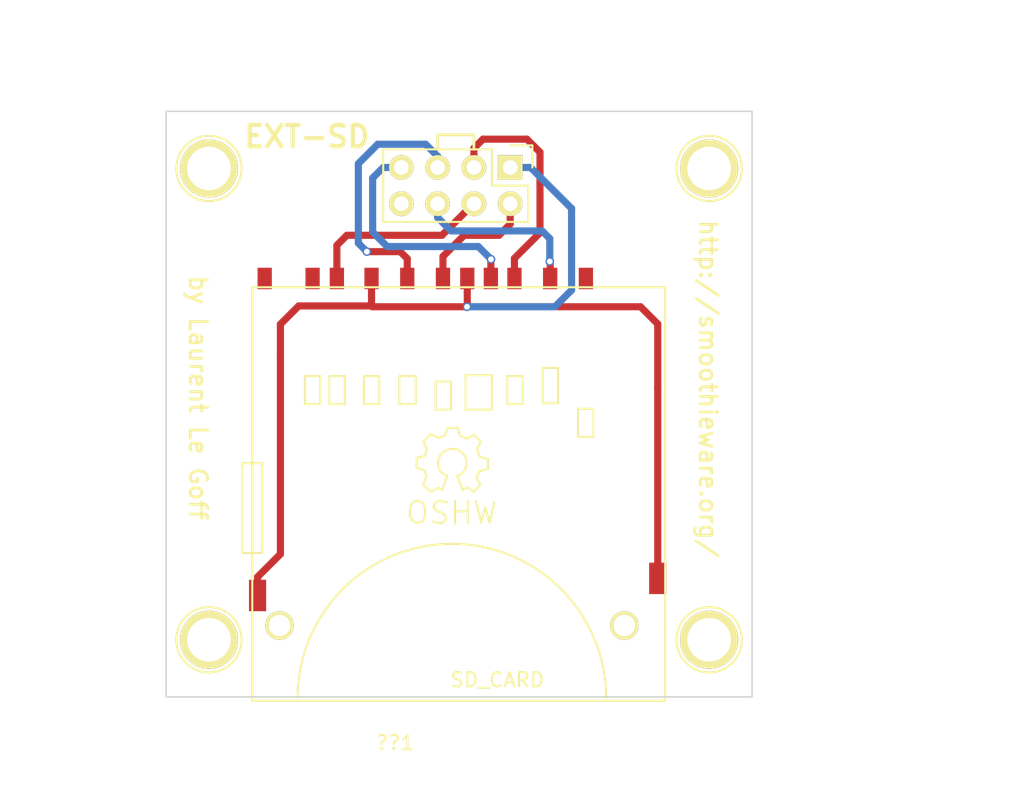
<source format=kicad_pcb>
(kicad_pcb (version 4) (host pcbnew "(after 2015-mar-04 BZR unknown)-product")

  (general
    (links 10)
    (no_connects 0)
    (area 96.013001 63.55805 171.285715 120.700001)
    (thickness 1.6)
    (drawings 14)
    (tracks 71)
    (zones 0)
    (modules 7)
    (nets 8)
  )

  (page A4)
  (layers
    (0 F.Cu signal)
    (31 B.Cu signal)
    (32 B.Adhes user)
    (33 F.Adhes user)
    (34 B.Paste user)
    (35 F.Paste user)
    (36 B.SilkS user)
    (37 F.SilkS user)
    (38 B.Mask user)
    (39 F.Mask user)
    (40 Dwgs.User user)
    (41 Cmts.User user)
    (42 Eco1.User user)
    (43 Eco2.User user)
    (44 Edge.Cuts user)
    (45 Margin user)
    (46 B.CrtYd user)
    (47 F.CrtYd user)
    (48 B.Fab user)
    (49 F.Fab user)
  )

  (setup
    (last_trace_width 0.5)
    (trace_clearance 0.5)
    (zone_clearance 0.508)
    (zone_45_only no)
    (trace_min 0.2)
    (segment_width 0.2)
    (edge_width 0.1)
    (via_size 0.6)
    (via_drill 0.4)
    (via_min_size 0.4)
    (via_min_drill 0.3)
    (uvia_size 0.3)
    (uvia_drill 0.1)
    (uvias_allowed no)
    (uvia_min_size 0.2)
    (uvia_min_drill 0.1)
    (pcb_text_width 0.3)
    (pcb_text_size 1.5 1.5)
    (mod_edge_width 0.15)
    (mod_text_size 1 1)
    (mod_text_width 0.15)
    (pad_size 1.9 1.9)
    (pad_drill 1.016)
    (pad_to_mask_clearance 0)
    (aux_axis_origin 0 0)
    (visible_elements 7FFFFFFF)
    (pcbplotparams
      (layerselection 0x010f0_80000001)
      (usegerberextensions true)
      (excludeedgelayer true)
      (linewidth 0.020000)
      (plotframeref false)
      (viasonmask false)
      (mode 1)
      (useauxorigin false)
      (hpglpennumber 1)
      (hpglpenspeed 20)
      (hpglpendiameter 15)
      (hpglpenoverlay 2)
      (psnegative false)
      (psa4output false)
      (plotreference true)
      (plotvalue false)
      (plotinvisibletext false)
      (padsonsilk false)
      (subtractmaskfromsilk true)
      (outputformat 1)
      (mirror false)
      (drillshape 0)
      (scaleselection 1)
      (outputdirectory gerber/))
  )

  (net 0 "")
  (net 1 /GND)
  (net 2 /SD_CS)
  (net 3 /SD_MOSI)
  (net 4 /3v3)
  (net 5 /SD_SCK)
  (net 6 /SD_MISO)
  (net 7 /SD_CD)

  (net_class Default "Ceci est la Netclass par défaut"
    (clearance 0.5)
    (trace_width 0.5)
    (via_dia 0.6)
    (via_drill 0.4)
    (uvia_dia 0.3)
    (uvia_drill 0.1)
    (add_net /3v3)
    (add_net /GND)
    (add_net /SD_CD)
    (add_net /SD_CS)
    (add_net /SD_MISO)
    (add_net /SD_MOSI)
    (add_net /SD_SCK)
  )

  (module _LaurentPerso:SD_FCI (layer F.Cu) (tedit 55CCB423) (tstamp 55632371)
    (at 128 107)
    (path /55631F0A)
    (fp_text reference ??1 (at -3.9718 8.2144) (layer F.SilkS)
      (effects (font (size 1 1) (thickness 0.15)))
    )
    (fp_text value SD_CARD (at 3.175 3.81) (layer F.SilkS)
      (effects (font (size 1 1) (thickness 0.15)))
    )
    (fp_line (start 9.906 -13.208) (end 9.906 -15.1765) (layer F.SilkS) (width 0.15))
    (fp_line (start 9.906 -15.1765) (end 8.8265 -15.1765) (layer F.SilkS) (width 0.15))
    (fp_line (start 8.8265 -15.1765) (end 8.8265 -13.208) (layer F.SilkS) (width 0.15))
    (fp_line (start 8.8265 -13.208) (end 9.906 -13.208) (layer F.SilkS) (width 0.15))
    (fp_line (start 7.4295 -15.5575) (end 7.4295 -18.034) (layer F.SilkS) (width 0.15))
    (fp_line (start 7.4295 -18.034) (end 6.35 -18.034) (layer F.SilkS) (width 0.15))
    (fp_line (start 6.35 -18.034) (end 6.35 -15.5575) (layer F.SilkS) (width 0.15))
    (fp_line (start 6.35 -15.5575) (end 7.4295 -15.5575) (layer F.SilkS) (width 0.15))
    (fp_line (start 2.794 -15.113) (end 2.794 -17.526) (layer F.SilkS) (width 0.15))
    (fp_line (start 2.794 -17.526) (end 0.9525 -17.526) (layer F.SilkS) (width 0.15))
    (fp_line (start 0.9525 -17.526) (end 0.9525 -15.113) (layer F.SilkS) (width 0.15))
    (fp_line (start 0.9525 -15.113) (end 2.794 -15.113) (layer F.SilkS) (width 0.15))
    (fp_line (start 4.953 -15.494) (end 4.953 -17.4625) (layer F.SilkS) (width 0.15))
    (fp_line (start 4.953 -17.4625) (end 3.8735 -17.4625) (layer F.SilkS) (width 0.15))
    (fp_line (start 3.8735 -17.4625) (end 3.8735 -15.494) (layer F.SilkS) (width 0.15))
    (fp_line (start 3.8735 -15.494) (end 4.953 -15.494) (layer F.SilkS) (width 0.15))
    (fp_line (start -0.0635 -15.113) (end -0.0635 -17.0815) (layer F.SilkS) (width 0.15))
    (fp_line (start -0.0635 -17.0815) (end -1.143 -17.0815) (layer F.SilkS) (width 0.15))
    (fp_line (start -1.143 -17.0815) (end -1.143 -15.113) (layer F.SilkS) (width 0.15))
    (fp_line (start -1.143 -15.113) (end -0.0635 -15.113) (layer F.SilkS) (width 0.15))
    (fp_line (start -2.54 -15.494) (end -2.54 -17.4625) (layer F.SilkS) (width 0.15))
    (fp_line (start -2.54 -17.4625) (end -3.683 -17.4625) (layer F.SilkS) (width 0.15))
    (fp_line (start -3.683 -17.4625) (end -3.683 -15.494) (layer F.SilkS) (width 0.15))
    (fp_line (start -3.683 -15.494) (end -2.54 -15.494) (layer F.SilkS) (width 0.15))
    (fp_line (start -5.08 -15.494) (end -5.08 -17.4625) (layer F.SilkS) (width 0.15))
    (fp_line (start -5.08 -17.4625) (end -6.1595 -17.4625) (layer F.SilkS) (width 0.15))
    (fp_line (start -6.1595 -17.4625) (end -6.1595 -15.494) (layer F.SilkS) (width 0.15))
    (fp_line (start -6.1595 -15.494) (end -5.08 -15.494) (layer F.SilkS) (width 0.15))
    (fp_line (start -7.493 -15.494) (end -7.493 -17.4625) (layer F.SilkS) (width 0.15))
    (fp_line (start -7.493 -17.4625) (end -8.5725 -17.4625) (layer F.SilkS) (width 0.15))
    (fp_line (start -8.5725 -17.4625) (end -8.5725 -15.494) (layer F.SilkS) (width 0.15))
    (fp_line (start -8.5725 -15.494) (end -7.493 -15.494) (layer F.SilkS) (width 0.15))
    (fp_line (start -9.2075 -15.494) (end -9.2075 -17.4625) (layer F.SilkS) (width 0.15))
    (fp_line (start -9.2075 -17.4625) (end -10.287 -17.4625) (layer F.SilkS) (width 0.15))
    (fp_line (start -10.287 -17.4625) (end -10.287 -15.494) (layer F.SilkS) (width 0.15))
    (fp_line (start -10.287 -15.494) (end -9.2075 -15.494) (layer F.SilkS) (width 0.15))
    (fp_line (start -14.6685 -5.08) (end -13.2715 -5.08) (layer F.SilkS) (width 0.15))
    (fp_line (start -13.2715 -5.08) (end -13.2715 -11.3665) (layer F.SilkS) (width 0.15))
    (fp_line (start -13.2715 -11.3665) (end -14.6685 -11.3665) (layer F.SilkS) (width 0.15))
    (fp_line (start -14.6685 -11.3665) (end -14.6685 -5.1435) (layer F.SilkS) (width 0.15))
    (fp_arc (start 0 5.08) (end 0 -5.715) (angle 90) (layer F.SilkS) (width 0.15))
    (fp_arc (start 0 5.08) (end -10.795 5.08) (angle 90) (layer F.SilkS) (width 0.15))
    (fp_line (start 14.9225 0) (end 14.9225 -23.6855) (layer F.SilkS) (width 0.15))
    (fp_line (start 14.9225 -23.6855) (end -13.97 -23.6855) (layer F.SilkS) (width 0.15))
    (fp_line (start -13.97 -23.6855) (end -13.97 5.2705) (layer F.SilkS) (width 0.15))
    (fp_line (start -13.97 5.2705) (end 14.9225 5.2705) (layer F.SilkS) (width 0.15))
    (fp_line (start 14.9225 5.2705) (end 14.9225 0) (layer F.SilkS) (width 0.15))
    (pad "" thru_hole circle (at 12.065 0) (size 2 2) (drill 1.5) (layers *.Cu *.Mask F.SilkS))
    (pad "" thru_hole circle (at -12.065 0) (size 2 2) (drill 1.5) (layers *.Cu *.Mask F.SilkS))
    (pad GND smd rect (at 14.4 -3.3) (size 1.2 2.2) (layers F.Cu F.Paste F.Mask)
      (net 1 /GND))
    (pad GND smd rect (at -13.6 -2.1) (size 1.2 2.2) (layers F.Cu F.Paste F.Mask)
      (net 1 /GND))
    (pad 1 smd rect (at 6.875 -24.3) (size 1 1.5) (layers F.Cu F.Paste F.Mask)
      (net 2 /SD_CS))
    (pad 2 smd rect (at 4.375 -24.3) (size 1 1.5) (layers F.Cu F.Paste F.Mask)
      (net 3 /SD_MOSI))
    (pad 3 smd rect (at 1.075 -24.3) (size 1 1.5) (layers F.Cu F.Paste F.Mask)
      (net 1 /GND))
    (pad 4 smd rect (at -0.625 -24.3) (size 1 1.5) (layers F.Cu F.Paste F.Mask)
      (net 4 /3v3))
    (pad 5 smd rect (at -3.125 -24.3) (size 1 1.5) (layers F.Cu F.Paste F.Mask)
      (net 5 /SD_SCK))
    (pad 6 smd rect (at -5.625 -24.3) (size 1 1.5) (layers F.Cu F.Paste F.Mask)
      (net 1 /GND))
    (pad 7 smd rect (at -8.05 -24.3) (size 1 1.5) (layers F.Cu F.Paste F.Mask)
      (net 6 /SD_MISO))
    (pad 8 smd rect (at -9.75 -24.3) (size 1 1.5) (layers F.Cu F.Paste F.Mask))
    (pad 9 smd rect (at 9.375 -24.3) (size 1 1.5) (layers F.Cu F.Paste F.Mask))
    (pad CD smd rect (at 2.725 -24.3) (size 1 1.5) (layers F.Cu F.Paste F.Mask)
      (net 7 /SD_CD))
    (pad WP smd rect (at -13.1 -24.3) (size 1 1.5) (layers F.Cu F.Paste F.Mask))
  )

  (module Pin_Headers:Pin_Header_Straight_2x04 (layer F.Cu) (tedit 55F9A42F) (tstamp 55F73481)
    (at 132.08 74.93 270)
    (descr "Through hole pin header")
    (tags "pin header")
    (path /55F1D33D)
    (fp_text reference P1 (at -5.08 -1.27 360) (layer F.SilkS) hide
      (effects (font (size 1 1) (thickness 0.15)))
    )
    (fp_text value CONN_02X04 (at -5.08 6.35 360) (layer F.Fab) hide
      (effects (font (size 1 1) (thickness 0.15)))
    )
    (fp_line (start -1.75 -1.75) (end -1.75 9.4) (layer F.CrtYd) (width 0.05))
    (fp_line (start 4.3 -1.75) (end 4.3 9.4) (layer F.CrtYd) (width 0.05))
    (fp_line (start -1.75 -1.75) (end 4.3 -1.75) (layer F.CrtYd) (width 0.05))
    (fp_line (start -1.75 9.4) (end 4.3 9.4) (layer F.CrtYd) (width 0.05))
    (fp_line (start -1.27 1.27) (end -1.27 8.89) (layer F.SilkS) (width 0.15))
    (fp_line (start -1.27 8.89) (end 3.81 8.89) (layer F.SilkS) (width 0.15))
    (fp_line (start 3.81 8.89) (end 3.81 -1.27) (layer F.SilkS) (width 0.15))
    (fp_line (start 3.81 -1.27) (end 1.27 -1.27) (layer F.SilkS) (width 0.15))
    (fp_line (start 0 -1.55) (end -1.55 -1.55) (layer F.SilkS) (width 0.15))
    (fp_line (start 1.27 -1.27) (end 1.27 1.27) (layer F.SilkS) (width 0.15))
    (fp_line (start 1.27 1.27) (end -1.27 1.27) (layer F.SilkS) (width 0.15))
    (fp_line (start -1.55 -1.55) (end -1.55 0) (layer F.SilkS) (width 0.15))
    (pad 1 thru_hole rect (at 0 0 270) (size 1.7272 1.7272) (drill 1.016) (layers *.Cu *.Mask F.SilkS)
      (net 1 /GND))
    (pad 2 thru_hole oval (at 2.54 0 270) (size 1.7272 1.7272) (drill 1.016) (layers *.Cu *.Mask F.SilkS)
      (net 4 /3v3))
    (pad 3 thru_hole oval (at 0 2.54 270) (size 1.7272 1.7272) (drill 1.016) (layers *.Cu *.Mask F.SilkS)
      (net 3 /SD_MOSI))
    (pad 4 thru_hole oval (at 2.54 2.54 270) (size 1.7272 1.7272) (drill 1.016) (layers *.Cu *.Mask F.SilkS)
      (net 6 /SD_MISO))
    (pad 5 thru_hole oval (at 0 5.08 270) (size 1.7272 1.7272) (drill 1.016) (layers *.Cu *.Mask F.SilkS)
      (net 5 /SD_SCK))
    (pad 6 thru_hole oval (at 2.54 5.08 270) (size 1.7272 1.7272) (drill 1.016) (layers *.Cu *.Mask F.SilkS)
      (net 2 /SD_CS))
    (pad 7 thru_hole oval (at 0 7.62 270) (size 1.7272 1.7272) (drill 1.016) (layers *.Cu *.Mask F.SilkS)
      (net 7 /SD_CD))
    (pad 8 thru_hole oval (at 2.54 7.62 270) (size 1.7272 1.7272) (drill 1.016) (layers *.Cu *.Mask F.SilkS))
    (model Pin_Headers.3dshapes/Pin_Header_Straight_2x04.wrl
      (at (xyz 0.05 -0.15 0))
      (scale (xyz 1 1 1))
      (rotate (xyz 0 0 90))
    )
  )

  (module Connect:1pin (layer F.Cu) (tedit 55F9A3E2) (tstamp 55F8B2E2)
    (at 146 108)
    (descr "module 1 pin (ou trou mecanique de percage)")
    (tags DEV)
    (fp_text reference REF** (at 3 5) (layer F.SilkS) hide
      (effects (font (size 1 1) (thickness 0.15)))
    )
    (fp_text value 1pin (at 3 7) (layer F.Fab) hide
      (effects (font (size 1 1) (thickness 0.15)))
    )
    (fp_circle (center 0 0) (end 0 -2.286) (layer F.SilkS) (width 0.15))
    (pad 1 thru_hole circle (at 0 0) (size 4.064 4.064) (drill 3.048) (layers *.Cu *.Mask F.SilkS))
  )

  (module Connect:1pin (layer F.Cu) (tedit 55F9A3FD) (tstamp 55F8B2E8)
    (at 111 108)
    (descr "module 1 pin (ou trou mecanique de percage)")
    (tags DEV)
    (fp_text reference REF** (at -3 8) (layer F.SilkS) hide
      (effects (font (size 1 1) (thickness 0.15)))
    )
    (fp_text value 1pin (at -3 6) (layer F.Fab) hide
      (effects (font (size 1 1) (thickness 0.15)))
    )
    (fp_circle (center 0 0) (end 0 -2.286) (layer F.SilkS) (width 0.15))
    (pad 1 thru_hole circle (at 0 0) (size 4.064 4.064) (drill 3.048) (layers *.Cu *.Mask F.SilkS))
  )

  (module Connect:1pin (layer F.Cu) (tedit 55F9A41B) (tstamp 55F8B2EE)
    (at 146 75)
    (descr "module 1 pin (ou trou mecanique de percage)")
    (tags DEV)
    (fp_text reference REF** (at -3 -5) (layer F.SilkS) hide
      (effects (font (size 1 1) (thickness 0.15)))
    )
    (fp_text value 1pin (at 1 -5) (layer F.Fab) hide
      (effects (font (size 1 1) (thickness 0.15)))
    )
    (fp_circle (center 0 0) (end 0 -2.286) (layer F.SilkS) (width 0.15))
    (pad 1 thru_hole circle (at 0 0) (size 4.064 4.064) (drill 3.048) (layers *.Cu *.Mask F.SilkS))
  )

  (module Connect:1pin (layer F.Cu) (tedit 55F9D4F8) (tstamp 55F8B2F4)
    (at 111 75)
    (descr "module 1 pin (ou trou mecanique de percage)")
    (tags DEV)
    (fp_text reference REF** (at 0 -5) (layer F.SilkS) hide
      (effects (font (size 1 1) (thickness 0.15)))
    )
    (fp_text value 1pin (at 4 -5) (layer F.Fab) hide
      (effects (font (size 1 1) (thickness 0.15)))
    )
    (fp_circle (center 0 0) (end 0 -2.286) (layer F.SilkS) (width 0.15))
    (pad 1 thru_hole circle (at 0 0) (size 4.064 4.064) (drill 3.048) (layers *.Cu *.Mask F.SilkS))
  )

  (module Symbols:Symbol_OSHW-Logo_SilkScreen (layer F.Cu) (tedit 55F9A3CC) (tstamp 55F9D872)
    (at 128.016 95.631)
    (descr "Symbol, OSHW-Logo, Silk Screen,")
    (tags "Symbol, OSHW-Logo, Silk Screen,")
    (fp_text reference REF** (at 0.09906 -4.38912) (layer F.SilkS) hide
      (effects (font (size 1 1) (thickness 0.15)))
    )
    (fp_text value Symbol_OSHW-Logo_SilkScreen (at 0.30988 6.56082) (layer F.Fab) hide
      (effects (font (size 1 1) (thickness 0.15)))
    )
    (fp_line (start 1.66878 2.68986) (end 2.02946 4.16052) (layer F.SilkS) (width 0.15))
    (fp_line (start 2.02946 4.16052) (end 2.30886 3.0988) (layer F.SilkS) (width 0.15))
    (fp_line (start 2.30886 3.0988) (end 2.61874 4.17068) (layer F.SilkS) (width 0.15))
    (fp_line (start 2.61874 4.17068) (end 2.9591 2.72034) (layer F.SilkS) (width 0.15))
    (fp_line (start 0.24892 3.38074) (end 1.03886 3.37058) (layer F.SilkS) (width 0.15))
    (fp_line (start 1.03886 3.37058) (end 1.04902 3.38074) (layer F.SilkS) (width 0.15))
    (fp_line (start 1.04902 3.38074) (end 1.04902 3.37058) (layer F.SilkS) (width 0.15))
    (fp_line (start 1.08966 2.65938) (end 1.08966 4.20116) (layer F.SilkS) (width 0.15))
    (fp_line (start 0.20066 2.64922) (end 0.20066 4.21894) (layer F.SilkS) (width 0.15))
    (fp_line (start 0.20066 4.21894) (end 0.21082 4.20878) (layer F.SilkS) (width 0.15))
    (fp_line (start -0.35052 2.75082) (end -0.70104 2.66954) (layer F.SilkS) (width 0.15))
    (fp_line (start -0.70104 2.66954) (end -1.02108 2.65938) (layer F.SilkS) (width 0.15))
    (fp_line (start -1.02108 2.65938) (end -1.25984 2.86004) (layer F.SilkS) (width 0.15))
    (fp_line (start -1.25984 2.86004) (end -1.29032 3.12928) (layer F.SilkS) (width 0.15))
    (fp_line (start -1.29032 3.12928) (end -1.04902 3.37058) (layer F.SilkS) (width 0.15))
    (fp_line (start -1.04902 3.37058) (end -0.6604 3.50012) (layer F.SilkS) (width 0.15))
    (fp_line (start -0.6604 3.50012) (end -0.48006 3.66014) (layer F.SilkS) (width 0.15))
    (fp_line (start -0.48006 3.66014) (end -0.43942 3.95986) (layer F.SilkS) (width 0.15))
    (fp_line (start -0.43942 3.95986) (end -0.67056 4.18084) (layer F.SilkS) (width 0.15))
    (fp_line (start -0.67056 4.18084) (end -0.9906 4.20878) (layer F.SilkS) (width 0.15))
    (fp_line (start -0.9906 4.20878) (end -1.34112 4.09956) (layer F.SilkS) (width 0.15))
    (fp_line (start -2.37998 2.64922) (end -2.6289 2.66954) (layer F.SilkS) (width 0.15))
    (fp_line (start -2.6289 2.66954) (end -2.8702 2.91084) (layer F.SilkS) (width 0.15))
    (fp_line (start -2.8702 2.91084) (end -2.9591 3.40106) (layer F.SilkS) (width 0.15))
    (fp_line (start -2.9591 3.40106) (end -2.93116 3.74904) (layer F.SilkS) (width 0.15))
    (fp_line (start -2.93116 3.74904) (end -2.7305 4.06908) (layer F.SilkS) (width 0.15))
    (fp_line (start -2.7305 4.06908) (end -2.47904 4.191) (layer F.SilkS) (width 0.15))
    (fp_line (start -2.47904 4.191) (end -2.16916 4.11988) (layer F.SilkS) (width 0.15))
    (fp_line (start -2.16916 4.11988) (end -1.95072 3.93954) (layer F.SilkS) (width 0.15))
    (fp_line (start -1.95072 3.93954) (end -1.8796 3.4798) (layer F.SilkS) (width 0.15))
    (fp_line (start -1.8796 3.4798) (end -1.9304 3.07086) (layer F.SilkS) (width 0.15))
    (fp_line (start -1.9304 3.07086) (end -2.03962 2.78892) (layer F.SilkS) (width 0.15))
    (fp_line (start -2.03962 2.78892) (end -2.4003 2.65938) (layer F.SilkS) (width 0.15))
    (fp_line (start -1.78054 0.92964) (end -2.03962 1.49098) (layer F.SilkS) (width 0.15))
    (fp_line (start -2.03962 1.49098) (end -1.50114 2.00914) (layer F.SilkS) (width 0.15))
    (fp_line (start -1.50114 2.00914) (end -0.98044 1.7399) (layer F.SilkS) (width 0.15))
    (fp_line (start -0.98044 1.7399) (end -0.70104 1.89992) (layer F.SilkS) (width 0.15))
    (fp_line (start 0.73914 1.8796) (end 1.06934 1.6891) (layer F.SilkS) (width 0.15))
    (fp_line (start 1.06934 1.6891) (end 1.50876 2.0193) (layer F.SilkS) (width 0.15))
    (fp_line (start 1.50876 2.0193) (end 1.9812 1.52908) (layer F.SilkS) (width 0.15))
    (fp_line (start 1.9812 1.52908) (end 1.69926 1.04902) (layer F.SilkS) (width 0.15))
    (fp_line (start 1.69926 1.04902) (end 1.88976 0.57912) (layer F.SilkS) (width 0.15))
    (fp_line (start 1.88976 0.57912) (end 2.49936 0.39116) (layer F.SilkS) (width 0.15))
    (fp_line (start 2.49936 0.39116) (end 2.49936 -0.28956) (layer F.SilkS) (width 0.15))
    (fp_line (start 2.49936 -0.28956) (end 1.94056 -0.42926) (layer F.SilkS) (width 0.15))
    (fp_line (start 1.94056 -0.42926) (end 1.7399 -1.00076) (layer F.SilkS) (width 0.15))
    (fp_line (start 1.7399 -1.00076) (end 2.00914 -1.47066) (layer F.SilkS) (width 0.15))
    (fp_line (start 2.00914 -1.47066) (end 1.53924 -1.9812) (layer F.SilkS) (width 0.15))
    (fp_line (start 1.53924 -1.9812) (end 1.02108 -1.71958) (layer F.SilkS) (width 0.15))
    (fp_line (start 1.02108 -1.71958) (end 0.55118 -1.92024) (layer F.SilkS) (width 0.15))
    (fp_line (start 0.55118 -1.92024) (end 0.381 -2.46126) (layer F.SilkS) (width 0.15))
    (fp_line (start 0.381 -2.46126) (end -0.30988 -2.47904) (layer F.SilkS) (width 0.15))
    (fp_line (start -0.30988 -2.47904) (end -0.5207 -1.9304) (layer F.SilkS) (width 0.15))
    (fp_line (start -0.5207 -1.9304) (end -0.9398 -1.76022) (layer F.SilkS) (width 0.15))
    (fp_line (start -0.9398 -1.76022) (end -1.49098 -2.02946) (layer F.SilkS) (width 0.15))
    (fp_line (start -1.49098 -2.02946) (end -2.00914 -1.50114) (layer F.SilkS) (width 0.15))
    (fp_line (start -2.00914 -1.50114) (end -1.76022 -0.96012) (layer F.SilkS) (width 0.15))
    (fp_line (start -1.76022 -0.96012) (end -1.9304 -0.48006) (layer F.SilkS) (width 0.15))
    (fp_line (start -1.9304 -0.48006) (end -2.47904 -0.381) (layer F.SilkS) (width 0.15))
    (fp_line (start -2.47904 -0.381) (end -2.4892 0.32004) (layer F.SilkS) (width 0.15))
    (fp_line (start -2.4892 0.32004) (end -1.9304 0.5207) (layer F.SilkS) (width 0.15))
    (fp_line (start -1.9304 0.5207) (end -1.7907 0.91948) (layer F.SilkS) (width 0.15))
    (fp_line (start 0.35052 0.89916) (end 0.65024 0.7493) (layer F.SilkS) (width 0.15))
    (fp_line (start 0.65024 0.7493) (end 0.8509 0.55118) (layer F.SilkS) (width 0.15))
    (fp_line (start 0.8509 0.55118) (end 1.00076 0.14986) (layer F.SilkS) (width 0.15))
    (fp_line (start 1.00076 0.14986) (end 1.00076 -0.24892) (layer F.SilkS) (width 0.15))
    (fp_line (start 1.00076 -0.24892) (end 0.8509 -0.59944) (layer F.SilkS) (width 0.15))
    (fp_line (start 0.8509 -0.59944) (end 0.39878 -0.94996) (layer F.SilkS) (width 0.15))
    (fp_line (start 0.39878 -0.94996) (end -0.0508 -1.00076) (layer F.SilkS) (width 0.15))
    (fp_line (start -0.0508 -1.00076) (end -0.44958 -0.89916) (layer F.SilkS) (width 0.15))
    (fp_line (start -0.44958 -0.89916) (end -0.8509 -0.55118) (layer F.SilkS) (width 0.15))
    (fp_line (start -0.8509 -0.55118) (end -1.00076 -0.09906) (layer F.SilkS) (width 0.15))
    (fp_line (start -1.00076 -0.09906) (end -0.94996 0.39878) (layer F.SilkS) (width 0.15))
    (fp_line (start -0.94996 0.39878) (end -0.70104 0.70104) (layer F.SilkS) (width 0.15))
    (fp_line (start -0.70104 0.70104) (end -0.35052 0.89916) (layer F.SilkS) (width 0.15))
    (fp_line (start -0.35052 0.89916) (end -0.70104 1.89992) (layer F.SilkS) (width 0.15))
    (fp_line (start 0.35052 0.89916) (end 0.7493 1.89992) (layer F.SilkS) (width 0.15))
  )

  (gr_text http://smoothieware.org/ (at 145.923 90.424 270) (layer F.SilkS)
    (effects (font (size 1.2 1.2) (thickness 0.2)))
  )
  (gr_text "by Laurent Le Goff" (at 110.236 91.059 270) (layer F.SilkS)
    (effects (font (size 1.2 1.2) (thickness 0.2)))
  )
  (gr_text EXT-SD (at 117.856 72.771) (layer F.SilkS)
    (effects (font (size 1.5 1.5) (thickness 0.3)))
  )
  (gr_line (start 129.54 72.644) (end 129.54 73.66) (angle 90) (layer F.SilkS) (width 0.2))
  (gr_line (start 127 72.644) (end 129.54 72.644) (angle 90) (layer F.SilkS) (width 0.2))
  (gr_line (start 127 73.66) (end 127 72.644) (angle 90) (layer F.SilkS) (width 0.2))
  (dimension 40.9956 (width 0.3) (layer Dwgs.User)
    (gr_text "40,996 mm" (at 102.663 91.4908 270) (layer Dwgs.User)
      (effects (font (size 1.5 1.5) (thickness 0.3)))
    )
    (feature1 (pts (xy 108.0008 111.9886) (xy 101.313 111.9886)))
    (feature2 (pts (xy 108.0008 70.993) (xy 101.313 70.993)))
    (crossbar (pts (xy 104.013 70.993) (xy 104.013 111.9886)))
    (arrow1a (pts (xy 104.013 111.9886) (xy 103.426579 110.862096)))
    (arrow1b (pts (xy 104.013 111.9886) (xy 104.599421 110.862096)))
    (arrow2a (pts (xy 104.013 70.993) (xy 103.426579 72.119504)))
    (arrow2b (pts (xy 104.013 70.993) (xy 104.599421 72.119504)))
  )
  (dimension 40.970208 (width 0.3) (layer Dwgs.User)
    (gr_text "40,970 mm" (at 128.507613 65.05805 0.03552124747) (layer Dwgs.User)
      (effects (font (size 1.5 1.5) (thickness 0.3)))
    )
    (feature1 (pts (xy 148.9964 70.993) (xy 148.991876 63.695351)))
    (feature2 (pts (xy 108.0262 71.0184) (xy 108.021676 63.720751)))
    (crossbar (pts (xy 108.02335 66.42075) (xy 148.99355 66.39535)))
    (arrow1a (pts (xy 148.99355 66.39535) (xy 147.86741 66.982469)))
    (arrow1b (pts (xy 148.99355 66.39535) (xy 147.866683 65.809628)))
    (arrow2a (pts (xy 108.02335 66.42075) (xy 109.150217 67.006472)))
    (arrow2b (pts (xy 108.02335 66.42075) (xy 109.14949 65.833631)))
  )
  (dimension 4 (width 0.3) (layer Dwgs.User)
    (gr_text "4,000 mm" (at 165.35 110 270) (layer Dwgs.User)
      (effects (font (size 1.5 1.5) (thickness 0.3)))
    )
    (feature1 (pts (xy 146 112) (xy 166.7 112)))
    (feature2 (pts (xy 146 108) (xy 166.7 108)))
    (crossbar (pts (xy 164 108) (xy 164 112)))
    (arrow1a (pts (xy 164 112) (xy 163.413579 110.873496)))
    (arrow1b (pts (xy 164 112) (xy 164.586421 110.873496)))
    (arrow2a (pts (xy 164 108) (xy 163.413579 109.126504)))
    (arrow2b (pts (xy 164 108) (xy 164.586421 109.126504)))
  )
  (dimension 35 (width 0.3) (layer Dwgs.User)
    (gr_text "35,000 mm" (at 128.5 119.35) (layer Dwgs.User)
      (effects (font (size 1.5 1.5) (thickness 0.3)))
    )
    (feature1 (pts (xy 111 108) (xy 111 120.7)))
    (feature2 (pts (xy 146 108) (xy 146 120.7)))
    (crossbar (pts (xy 146 118) (xy 111 118)))
    (arrow1a (pts (xy 111 118) (xy 112.126504 117.413579)))
    (arrow1b (pts (xy 111 118) (xy 112.126504 118.586421)))
    (arrow2a (pts (xy 146 118) (xy 144.873496 117.413579)))
    (arrow2b (pts (xy 146 118) (xy 144.873496 118.586421)))
  )
  (gr_line (start 108 71) (end 108 112) (angle 90) (layer Edge.Cuts) (width 0.1))
  (gr_line (start 149 71) (end 108 71) (angle 90) (layer Edge.Cuts) (width 0.1))
  (gr_line (start 149 112) (end 149 71) (angle 90) (layer Edge.Cuts) (width 0.1))
  (gr_line (start 108 112) (end 149 112) (angle 90) (layer Edge.Cuts) (width 0.1))

  (segment (start 129.0574 84.6836) (end 141.1986 84.6836) (width 0.5) (layer F.Cu) (net 1))
  (segment (start 142.4 85.885) (end 142.4 90.4) (width 0.5) (layer F.Cu) (net 1) (tstamp 55F736DC))
  (segment (start 141.1986 84.6836) (end 142.4 85.885) (width 0.5) (layer F.Cu) (net 1) (tstamp 55F736D7))
  (segment (start 122.375 84.625) (end 117.2796 84.625) (width 0.5) (layer F.Cu) (net 1))
  (segment (start 116 85.9046) (end 116 88) (width 0.5) (layer F.Cu) (net 1) (tstamp 55F736CF))
  (segment (start 117.2796 84.625) (end 116 85.9046) (width 0.5) (layer F.Cu) (net 1) (tstamp 55F736CC))
  (segment (start 129.0574 84.6836) (end 122.4336 84.6836) (width 0.5) (layer F.Cu) (net 1))
  (segment (start 122.4336 84.6836) (end 122.375 84.625) (width 0.5) (layer F.Cu) (net 1) (tstamp 55F736C3))
  (segment (start 132.08 74.93) (end 133.5024 74.93) (width 0.5) (layer B.Cu) (net 1))
  (via (at 129.0574 84.6836) (size 0.6) (layers F.Cu B.Cu) (net 1))
  (segment (start 135.2042 84.6836) (end 129.0574 84.6836) (width 0.5) (layer B.Cu) (net 1) (tstamp 55F736AF))
  (segment (start 136.3726 83.5152) (end 135.2042 84.6836) (width 0.5) (layer B.Cu) (net 1) (tstamp 55F736AC))
  (segment (start 136.3726 77.8002) (end 136.3726 83.5152) (width 0.5) (layer B.Cu) (net 1) (tstamp 55F736A0))
  (segment (start 133.5024 74.93) (end 136.3726 77.8002) (width 0.5) (layer B.Cu) (net 1) (tstamp 55F7368C))
  (segment (start 129.0574 84.6836) (end 129.075 84.6836) (width 0.5) (layer F.Cu) (net 1) (tstamp 55F736BA))
  (segment (start 129.075 84.6836) (end 129.0574 84.6836) (width 0.5) (layer F.Cu) (net 1) (tstamp 55F736BB))
  (segment (start 129.0574 84.6836) (end 129.075 84.6836) (width 0.5) (layer F.Cu) (net 1) (tstamp 55F736BD))
  (segment (start 142.4 103.7) (end 142.4 90.4) (width 0.5) (layer F.Cu) (net 1))
  (segment (start 129.075 84.6836) (end 129.075 82.7) (width 0.5) (layer F.Cu) (net 1) (tstamp 55F736BE))
  (segment (start 114.4 104.9) (end 114.4 103.6) (width 0.5) (layer F.Cu) (net 1))
  (segment (start 116 102) (end 116 88) (width 0.5) (layer F.Cu) (net 1) (tstamp 55632BFC))
  (segment (start 114.4 103.6) (end 116 102) (width 0.5) (layer F.Cu) (net 1) (tstamp 55632BFA))
  (segment (start 122.375 84.625) (end 122.375 82.7) (width 0.5) (layer F.Cu) (net 1) (tstamp 55632C09))
  (segment (start 127 77.47) (end 127 78.4352) (width 0.5) (layer B.Cu) (net 2))
  (segment (start 134.875 81.535) (end 134.875 82.7) (width 0.5) (layer F.Cu) (net 2) (tstamp 55F735EC))
  (segment (start 134.8486 81.5086) (end 134.875 81.535) (width 0.5) (layer F.Cu) (net 2) (tstamp 55F735EB))
  (via (at 134.8486 81.5086) (size 0.6) (layers F.Cu B.Cu) (net 2))
  (segment (start 134.8486 79.9084) (end 134.8486 81.5086) (width 0.5) (layer B.Cu) (net 2) (tstamp 55F735E7))
  (segment (start 134.3152 79.375) (end 134.8486 79.9084) (width 0.5) (layer B.Cu) (net 2) (tstamp 55F735E4))
  (segment (start 127.9398 79.375) (end 134.3152 79.375) (width 0.5) (layer B.Cu) (net 2) (tstamp 55F735D9))
  (segment (start 127 78.4352) (end 127.9398 79.375) (width 0.5) (layer B.Cu) (net 2) (tstamp 55F735D3))
  (segment (start 134.62 82.445) (end 134.875 82.7) (width 0.5) (layer F.Cu) (net 2))
  (segment (start 129.54 74.93) (end 129.54 73.5838) (width 0.5) (layer F.Cu) (net 3))
  (segment (start 132.375 81.2898) (end 132.375 82.7) (width 0.5) (layer F.Cu) (net 3) (tstamp 55F7362A))
  (segment (start 134.1628 79.502) (end 132.375 81.2898) (width 0.5) (layer F.Cu) (net 3) (tstamp 55F73625))
  (segment (start 134.1628 73.8632) (end 134.1628 79.502) (width 0.5) (layer F.Cu) (net 3) (tstamp 55F73611))
  (segment (start 133.2484 72.9488) (end 134.1628 73.8632) (width 0.5) (layer F.Cu) (net 3) (tstamp 55F73609))
  (segment (start 130.175 72.9488) (end 133.2484 72.9488) (width 0.5) (layer F.Cu) (net 3) (tstamp 55F73604))
  (segment (start 129.54 73.5838) (end 130.175 72.9488) (width 0.5) (layer F.Cu) (net 3) (tstamp 55F73601))
  (segment (start 132.375 82.95) (end 132.375 82.7) (width 0.5) (layer F.Cu) (net 3))
  (segment (start 127.375 82.7) (end 127.375 81.159) (width 0.5) (layer F.Cu) (net 4))
  (segment (start 132.08 78.8924) (end 132.08 77.47) (width 0.5) (layer F.Cu) (net 4) (tstamp 55F73594))
  (segment (start 131.2926 79.6798) (end 132.08 78.8924) (width 0.5) (layer F.Cu) (net 4) (tstamp 55F73592))
  (segment (start 128.8542 79.6798) (end 131.2926 79.6798) (width 0.5) (layer F.Cu) (net 4) (tstamp 55F7358C))
  (segment (start 127.375 81.159) (end 128.8542 79.6798) (width 0.5) (layer F.Cu) (net 4) (tstamp 55F73587))
  (segment (start 127 74.93) (end 127 74.1426) (width 0.5) (layer B.Cu) (net 5))
  (segment (start 127 74.1426) (end 126.1618 73.3044) (width 0.5) (layer B.Cu) (net 5) (tstamp 55F7365B))
  (segment (start 126.1618 73.3044) (end 122.809 73.3044) (width 0.5) (layer B.Cu) (net 5) (tstamp 55F7365F))
  (segment (start 122.809 73.3044) (end 121.453398 74.660002) (width 0.5) (layer B.Cu) (net 5) (tstamp 55F73661))
  (segment (start 121.453398 74.660002) (end 121.453398 80.229198) (width 0.5) (layer B.Cu) (net 5) (tstamp 55F73664))
  (segment (start 121.453398 80.229198) (end 122.047 80.8228) (width 0.5) (layer B.Cu) (net 5) (tstamp 55F73666))
  (via (at 122.047 80.8228) (size 0.6) (layers F.Cu B.Cu) (net 5))
  (segment (start 122.047 80.8228) (end 124.3838 80.8228) (width 0.5) (layer F.Cu) (net 5) (tstamp 55F73672))
  (segment (start 124.3838 80.8228) (end 124.875 81.314) (width 0.5) (layer F.Cu) (net 5) (tstamp 55F73673))
  (segment (start 124.875 81.314) (end 124.875 82.7) (width 0.5) (layer F.Cu) (net 5) (tstamp 55F7367D))
  (segment (start 124.875 82.95) (end 124.875 82.7) (width 0.5) (layer F.Cu) (net 5))
  (segment (start 129.54 77.47) (end 129.5146 77.47) (width 0.5) (layer F.Cu) (net 6))
  (segment (start 129.5146 77.47) (end 127.3048 79.6798) (width 0.5) (layer F.Cu) (net 6) (tstamp 55F7359E))
  (segment (start 127.3048 79.6798) (end 120.65 79.6798) (width 0.5) (layer F.Cu) (net 6) (tstamp 55F735A9))
  (segment (start 120.65 79.6798) (end 119.95 80.3798) (width 0.5) (layer F.Cu) (net 6) (tstamp 55F735B0))
  (segment (start 119.95 80.3798) (end 119.95 82.7) (width 0.5) (layer F.Cu) (net 6) (tstamp 55F735B3))
  (segment (start 119.95 82.45) (end 119.95 82.7) (width 0.5) (layer F.Cu) (net 6))
  (segment (start 130.725 82.7) (end 130.725 81.365) (width 0.5) (layer F.Cu) (net 7))
  (segment (start 123.19 74.93) (end 124.46 74.93) (width 0.5) (layer B.Cu) (net 7) (tstamp 55F73652))
  (segment (start 122.4534 75.6666) (end 123.19 74.93) (width 0.5) (layer B.Cu) (net 7) (tstamp 55F7364F))
  (segment (start 122.4534 79.4512) (end 122.4534 75.6666) (width 0.5) (layer B.Cu) (net 7) (tstamp 55F7364A))
  (segment (start 123.4694 80.4672) (end 122.4534 79.4512) (width 0.5) (layer B.Cu) (net 7) (tstamp 55F73647))
  (segment (start 129.8448 80.4672) (end 123.4694 80.4672) (width 0.5) (layer B.Cu) (net 7) (tstamp 55F73641))
  (segment (start 130.7338 81.3562) (end 129.8448 80.4672) (width 0.5) (layer B.Cu) (net 7) (tstamp 55F73640))
  (via (at 130.7338 81.3562) (size 0.6) (layers F.Cu B.Cu) (net 7))
  (segment (start 130.725 81.365) (end 130.7338 81.3562) (width 0.5) (layer F.Cu) (net 7) (tstamp 55F73637))

)

</source>
